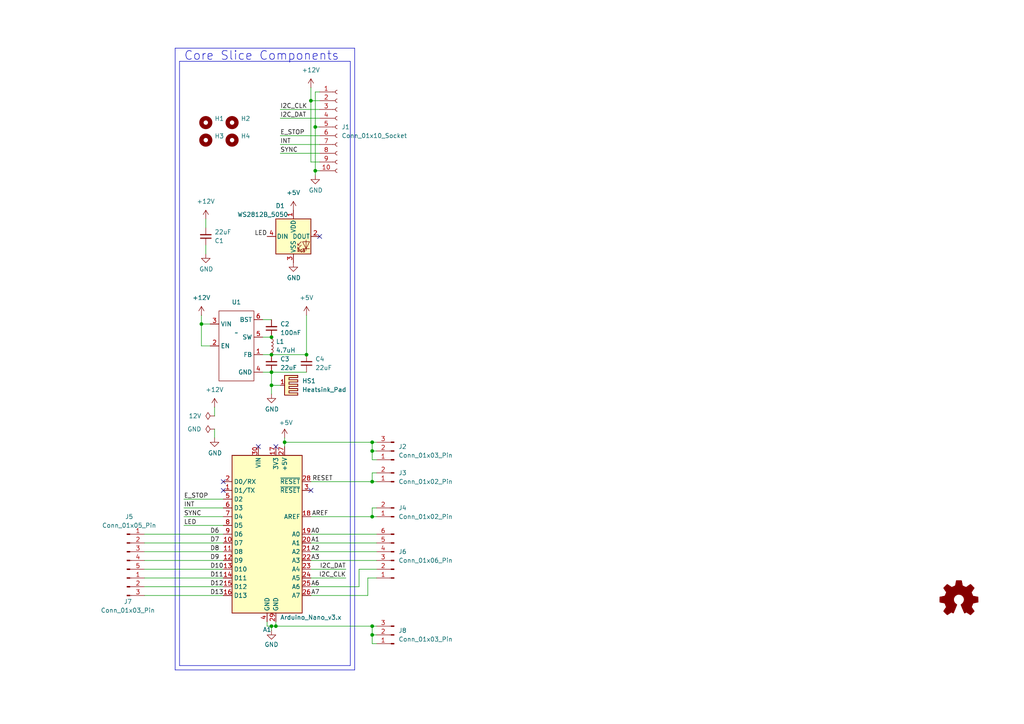
<source format=kicad_sch>
(kicad_sch (version 20250114) (generator "eeschema") (generator_version "9.0")
  (paper "A4")
  (lib_symbols
    (symbol "+12V_1" (power) (pin_numbers (hide yes)) (pin_names (offset 0) (hide yes))
      (property "Value" "+12V" (at 0 3.556 0))
      (symbol "+12V_1_0_1"
        (polyline (pts (xy -0.762 1.27) (xy 0 2.54)))
        (polyline (pts (xy 0 2.54) (xy 0.762 1.27)))
        (polyline (pts (xy 0 0) (xy 0 2.54)))
      )
      (symbol "+12V_1_1_1"
        (pin power_in line (at 0 0 90) (length 0) (name "~") (number "1"))
      )
    )
    (symbol "Connector:Conn_01x02_Pin" (pin_names (offset 1.016) (hide yes))
      (property "Reference" "J" (at 0 2.54 0))
      (property "Value" "Conn_01x02_Pin" (at 0 -5.08 0))
      (symbol "Conn_01x02_Pin_1_1"
        (rectangle (start 0.8636 0.127) (end 0 -0.127) (stroke (width 0.1524)) (fill (type outline)))
        (rectangle (start 0.8636 -2.413) (end 0 -2.667) (stroke (width 0.1524)) (fill (type outline)))
        (polyline (pts (xy 1.27 0) (xy 0.8636 0)) (stroke (width 0.1524)))
        (polyline (pts (xy 1.27 -2.54) (xy 0.8636 -2.54)) (stroke (width 0.1524)))
        (pin passive line (at 5.08 0 180) (length 3.81) (name "Pin_1") (number "1"))
        (pin passive line (at 5.08 -2.54 180) (length 3.81) (name "Pin_2") (number "2"))
      )
    )
    (symbol "Connector:Conn_01x03_Pin" (pin_names (offset 1.016) (hide yes))
      (property "Reference" "J" (at 0 5.08 0))
      (property "Value" "Conn_01x03_Pin" (at 0 -5.08 0))
      (symbol "Conn_01x03_Pin_1_1"
        (rectangle (start 0.8636 2.667) (end 0 2.413) (stroke (width 0.1524)) (fill (type outline)))
        (rectangle (start 0.8636 0.127) (end 0 -0.127) (stroke (width 0.1524)) (fill (type outline)))
        (rectangle (start 0.8636 -2.413) (end 0 -2.667) (stroke (width 0.1524)) (fill (type outline)))
        (polyline (pts (xy 1.27 2.54) (xy 0.8636 2.54)) (stroke (width 0.1524)))
        (polyline (pts (xy 1.27 0) (xy 0.8636 0)) (stroke (width 0.1524)))
        (polyline (pts (xy 1.27 -2.54) (xy 0.8636 -2.54)) (stroke (width 0.1524)))
        (pin passive line (at 5.08 2.54 180) (length 3.81) (name "Pin_1") (number "1"))
        (pin passive line (at 5.08 0 180) (length 3.81) (name "Pin_2") (number "2"))
        (pin passive line (at 5.08 -2.54 180) (length 3.81) (name "Pin_3") (number "3"))
      )
    )
    (symbol "Connector:Conn_01x05_Pin" (pin_names (offset 1.016) (hide yes))
      (property "Reference" "J" (at 0 7.62 0))
      (property "Value" "Conn_01x05_Pin" (at 0 -7.62 0))
      (symbol "Conn_01x05_Pin_1_1"
        (rectangle (start 0.8636 5.207) (end 0 4.953) (stroke (width 0.1524)) (fill (type outline)))
        (rectangle (start 0.8636 2.667) (end 0 2.413) (stroke (width 0.1524)) (fill (type outline)))
        (rectangle (start 0.8636 0.127) (end 0 -0.127) (stroke (width 0.1524)) (fill (type outline)))
        (rectangle (start 0.8636 -2.413) (end 0 -2.667) (stroke (width 0.1524)) (fill (type outline)))
        (rectangle (start 0.8636 -4.953) (end 0 -5.207) (stroke (width 0.1524)) (fill (type outline)))
        (polyline (pts (xy 1.27 5.08) (xy 0.8636 5.08)) (stroke (width 0.1524)))
        (polyline (pts (xy 1.27 2.54) (xy 0.8636 2.54)) (stroke (width 0.1524)))
        (polyline (pts (xy 1.27 0) (xy 0.8636 0)) (stroke (width 0.1524)))
        (polyline (pts (xy 1.27 -2.54) (xy 0.8636 -2.54)) (stroke (width 0.1524)))
        (polyline (pts (xy 1.27 -5.08) (xy 0.8636 -5.08)) (stroke (width 0.1524)))
        (pin passive line (at 5.08 5.08 180) (length 3.81) (name "Pin_1") (number "1"))
        (pin passive line (at 5.08 2.54 180) (length 3.81) (name "Pin_2") (number "2"))
        (pin passive line (at 5.08 0 180) (length 3.81) (name "Pin_3") (number "3"))
        (pin passive line (at 5.08 -2.54 180) (length 3.81) (name "Pin_4") (number "4"))
        (pin passive line (at 5.08 -5.08 180) (length 3.81) (name "Pin_5") (number "5"))
      )
    )
    (symbol "Connector:Conn_01x06_Pin" (pin_names (offset 1.016) (hide yes))
      (property "Reference" "J" (at 0 7.62 0))
      (property "Value" "Conn_01x06_Pin" (at 0 -10.16 0))
      (symbol "Conn_01x06_Pin_1_1"
        (rectangle (start 0.8636 5.207) (end 0 4.953) (stroke (width 0.1524)) (fill (type outline)))
        (rectangle (start 0.8636 2.667) (end 0 2.413) (stroke (width 0.1524)) (fill (type outline)))
        (rectangle (start 0.8636 0.127) (end 0 -0.127) (stroke (width 0.1524)) (fill (type outline)))
        (rectangle (start 0.8636 -2.413) (end 0 -2.667) (stroke (width 0.1524)) (fill (type outline)))
        (rectangle (start 0.8636 -4.953) (end 0 -5.207) (stroke (width 0.1524)) (fill (type outline)))
        (rectangle (start 0.8636 -7.493) (end 0 -7.747) (stroke (width 0.1524)) (fill (type outline)))
        (polyline (pts (xy 1.27 5.08) (xy 0.8636 5.08)) (stroke (width 0.1524)))
        (polyline (pts (xy 1.27 2.54) (xy 0.8636 2.54)) (stroke (width 0.1524)))
        (polyline (pts (xy 1.27 0) (xy 0.8636 0)) (stroke (width 0.1524)))
        (polyline (pts (xy 1.27 -2.54) (xy 0.8636 -2.54)) (stroke (width 0.1524)))
        (polyline (pts (xy 1.27 -5.08) (xy 0.8636 -5.08)) (stroke (width 0.1524)))
        (polyline (pts (xy 1.27 -7.62) (xy 0.8636 -7.62)) (stroke (width 0.1524)))
        (pin passive line (at 5.08 5.08 180) (length 3.81) (name "Pin_1") (number "1"))
        (pin passive line (at 5.08 2.54 180) (length 3.81) (name "Pin_2") (number "2"))
        (pin passive line (at 5.08 0 180) (length 3.81) (name "Pin_3") (number "3"))
        (pin passive line (at 5.08 -2.54 180) (length 3.81) (name "Pin_4") (number "4"))
        (pin passive line (at 5.08 -5.08 180) (length 3.81) (name "Pin_5") (number "5"))
        (pin passive line (at 5.08 -7.62 180) (length 3.81) (name "Pin_6") (number "6"))
      )
    )
    (symbol "Connector:Conn_01x10_Socket" (pin_names (offset 1.016) (hide yes))
      (property "Reference" "J" (at 0 12.7 0))
      (property "Value" "Conn_01x10_Socket" (at 0 -15.24 0))
      (symbol "Conn_01x10_Socket_1_1"
        (polyline (pts (xy -1.27 10.16) (xy -0.508 10.16)) (stroke (width 0.1524)))
        (polyline (pts (xy -1.27 7.62) (xy -0.508 7.62)) (stroke (width 0.1524)))
        (polyline (pts (xy -1.27 5.08) (xy -0.508 5.08)) (stroke (width 0.1524)))
        (polyline (pts (xy -1.27 2.54) (xy -0.508 2.54)) (stroke (width 0.1524)))
        (polyline (pts (xy -1.27 0) (xy -0.508 0)) (stroke (width 0.1524)))
        (polyline (pts (xy -1.27 -2.54) (xy -0.508 -2.54)) (stroke (width 0.1524)))
        (polyline (pts (xy -1.27 -5.08) (xy -0.508 -5.08)) (stroke (width 0.1524)))
        (polyline (pts (xy -1.27 -7.62) (xy -0.508 -7.62)) (stroke (width 0.1524)))
        (polyline (pts (xy -1.27 -10.16) (xy -0.508 -10.16)) (stroke (width 0.1524)))
        (polyline (pts (xy -1.27 -12.7) (xy -0.508 -12.7)) (stroke (width 0.1524)))
        (arc (start 0 9.652) (mid -0.5058 10.16) (end 0 10.668) (stroke (width 0.1524)))
        (arc (start 0 7.112) (mid -0.5058 7.62) (end 0 8.128) (stroke (width 0.1524)))
        (arc (start 0 4.572) (mid -0.5058 5.08) (end 0 5.588) (stroke (width 0.1524)))
        (arc (start 0 2.032) (mid -0.5058 2.54) (end 0 3.048) (stroke (width 0.1524)))
        (arc (start 0 -0.508) (mid -0.5058 0) (end 0 0.508) (stroke (width 0.1524)))
        (arc (start 0 -3.048) (mid -0.5058 -2.54) (end 0 -2.032) (stroke (width 0.1524)))
        (arc (start 0 -5.588) (mid -0.5058 -5.08) (end 0 -4.572) (stroke (width 0.1524)))
        (arc (start 0 -8.128) (mid -0.5058 -7.62) (end 0 -7.112) (stroke (width 0.1524)))
        (arc (start 0 -10.668) (mid -0.5058 -10.16) (end 0 -9.652) (stroke (width 0.1524)))
        (arc (start 0 -13.208) (mid -0.5058 -12.7) (end 0 -12.192) (stroke (width 0.1524)))
        (pin passive line (at -5.08 10.16 0) (length 3.81) (name "Pin_1") (number "1"))
        (pin passive line (at -5.08 7.62 0) (length 3.81) (name "Pin_2") (number "2"))
        (pin passive line (at -5.08 5.08 0) (length 3.81) (name "Pin_3") (number "3"))
        (pin passive line (at -5.08 2.54 0) (length 3.81) (name "Pin_4") (number "4"))
        (pin passive line (at -5.08 0 0) (length 3.81) (name "Pin_5") (number "5"))
        (pin passive line (at -5.08 -2.54 0) (length 3.81) (name "Pin_6") (number "6"))
        (pin passive line (at -5.08 -5.08 0) (length 3.81) (name "Pin_7") (number "7"))
        (pin passive line (at -5.08 -7.62 0) (length 3.81) (name "Pin_8") (number "8"))
        (pin passive line (at -5.08 -10.16 0) (length 3.81) (name "Pin_9") (number "9"))
        (pin passive line (at -5.08 -12.7 0) (length 3.81) (name "Pin_10") (number "10"))
      )
    )
    (symbol "Device:C_Small" (pin_numbers (hide yes)) (pin_names (offset 0.254) (hide yes))
      (property "Reference" "C" (at 0.254 1.778 0))
      (property "Value" "C_Small" (at 0.254 -2.032 0))
      (symbol "C_Small_0_1"
        (polyline (pts (xy -1.524 0.508) (xy 1.524 0.508)) (stroke (width 0.3048)))
        (polyline (pts (xy -1.524 -0.508) (xy 1.524 -0.508)) (stroke (width 0.3302)))
      )
      (symbol "C_Small_1_1"
        (pin passive line (at 0 2.54 270) (length 2.032) (name "~") (number "1"))
        (pin passive line (at 0 -2.54 90) (length 2.032) (name "~") (number "2"))
      )
    )
    (symbol "Device:L_Small" (pin_numbers (hide yes)) (pin_names (offset 0.254) (hide yes))
      (property "Reference" "L" (at 0.762 1.016 0))
      (property "Value" "L_Small" (at 0.762 -1.016 0))
      (symbol "L_Small_0_1"
        (arc (start 0 2.032) (mid 0.5058 1.524) (end 0 1.016))
        (arc (start 0 1.016) (mid 0.5058 0.508) (end 0 0))
        (arc (start 0 0) (mid 0.5058 -0.508) (end 0 -1.016))
        (arc (start 0 -1.016) (mid 0.5058 -1.524) (end 0 -2.032))
      )
      (symbol "L_Small_1_1"
        (pin passive line (at 0 2.54 270) (length 0.508) (name "~") (number "1"))
        (pin passive line (at 0 -2.54 90) (length 0.508) (name "~") (number "2"))
      )
    )
    (symbol "GND_1" (power) (pin_numbers (hide yes)) (pin_names (offset 0) (hide yes))
      (property "Value" "GND" (at 0 -3.81 0))
      (symbol "GND_1_0_1"
        (polyline (pts (xy 0 0) (xy 0 -1.27) (xy 1.27 -1.27) (xy 0 -2.54) (xy -1.27 -1.27) (xy 0 -1.27)))
      )
      (symbol "GND_1_1_1"
        (pin power_in line (at 0 0 270) (length 0) (name "~") (number "1"))
      )
    )
    (symbol "Graphic:Logo_Open_Hardware_Small" (in_bom no) (on_board no)
      (symbol "Logo_Open_Hardware_Small_0_1"
        (polyline (pts (xy 3.3528 -4.3434) (xy 3.302 -4.318) (xy 3.175 -4.2418) (xy 2.9972 -4.1148) (xy 2.7686 -3.9624) (xy 2.54 -3.81) (xy 2.3622 -3.7084) (xy 2.2352 -3.6068) (xy 2.1844 -3.5814) (xy 2.159 -3.6068) (xy 2.0574 -3.6576) (xy 1.905 -3.7338) (xy 1.8034 -3.7846) (xy 1.6764 -3.8354) (xy 1.6002 -3.8354) (xy 1.6002 -3.8354) (xy 1.5494 -3.7338) (xy 1.4732 -3.5306) (xy 1.3462 -3.302) (xy 1.2446 -3.0226) (xy 1.1176 -2.7178) (xy 0.9652 -2.413) (xy 0.8636 -2.1082) (xy 0.7366 -1.8288) (xy 0.6604 -1.6256) (xy 0.6096 -1.4732) (xy 0.5842 -1.397) (xy 0.5842 -1.397) (xy 0.6604 -1.3208) (xy 0.7874 -1.2446) (xy 1.0414 -1.016) (xy 1.2954 -0.6858) (xy 1.4478 -0.3302) (xy 1.524 0.0762) (xy 1.4732 0.4572) (xy 1.3208 0.8128) (xy 1.0668 1.143) (xy 0.762 1.3716) (xy 0.4064 1.524) (xy 0 1.5748) (xy -0.381 1.5494) (xy -0.7366 1.397) (xy -1.0668 1.143) (xy -1.2192 0.9906) (xy -1.397 0.6604) (xy -1.524 0.3048) (xy -1.524 0.2286) (xy -1.4986 -0.1778) (xy -1.397 -0.5334) (xy -1.1938 -0.8636) (xy -0.9144 -1.143) (xy -0.8636 -1.1684) (xy -0.7366 -1.27) (xy -0.635 -1.3462) (xy -0.5842 -1.397) (xy -1.0668 -2.5908) (xy -1.143 -2.794) (xy -1.2954 -3.1242) (xy -1.397 -3.4036) (xy -1.4986 -3.6322) (xy -1.5748 -3.7846) (xy -1.6002 -3.8354) (xy -1.6002 -3.8354) (xy -1.651 -3.8354) (xy -1.7272 -3.81) (xy -1.905 -3.7338) (xy -2.0066 -3.683) (xy -2.1336 -3.6068) (xy -2.2098 -3.5814) (xy -2.2606 -3.6068) (xy -2.3622 -3.683) (xy -2.54 -3.81) (xy -2.7686 -3.9624) (xy -2.9718 -4.0894) (xy -3.1496 -4.2164) (xy -3.302 -4.318) (xy -3.3528 -4.3434) (xy -3.3782 -4.3434) (xy -3.429 -4.318) (xy -3.5306 -4.2164) (xy -3.7084 -4.064) (xy -3.937 -3.8354) (xy -3.9624 -3.81) (xy -4.1656 -3.6068) (xy -4.318 -3.4544) (xy -4.4196 -3.3274) (xy -4.445 -3.2766) (xy -4.445 -3.2766) (xy -4.4196 -3.2258) (xy -4.318 -3.0734) (xy -4.2164 -2.8956) (xy -4.064 -2.667) (xy -3.6576 -2.0828) (xy -3.8862 -1.5494) (xy -3.937 -1.3716) (xy -4.0386 -1.1684) (xy -4.0894 -1.0414) (xy -4.1148 -0.9652) (xy -4.191 -0.9398) (xy -4.318 -0.9144) (xy -4.5466 -0.8636) (xy -4.8006 -0.8128) (xy -5.0546 -0.7874) (xy -5.2578 -0.7366) (xy -5.4356 -0.7112) (xy -5.5118 -0.6858) (xy -5.5118 -0.6858) (xy -5.5372 -0.635) (xy -5.5372 -0.5588) (xy -5.5372 -0.4318) (xy -5.5626 -0.2286) (xy -5.5626 0.0762) (xy -5.5626 0.127) (xy -5.5372 0.4064) (xy -5.5372 0.635) (xy -5.5372 0.762) (xy -5.5372 0.8382) (xy -5.5372 0.8382) (xy -5.461 0.8382) (xy -5.3086 0.889) (xy -5.08 0.9144) (xy -4.826 0.9652) (xy -4.8006 0.9906) (xy -4.5466 1.0414) (xy -4.318 1.0668) (xy -4.1656 1.1176) (xy -4.0894 1.143) (xy -4.0894 1.143) (xy -4.0386 1.2446) (xy -3.9624 1.4224) (xy -3.8608 1.6256) (xy -3.7846 1.8288) (xy -3.7084 2.0066) (xy -3.6576 2.159) (xy -3.6322 2.2098) (xy -3.6322 2.2098) (xy -3.683 2.286) (xy -3.7592 2.413) (xy -3.8862 2.5908) (xy -4.064 2.8194) (xy -4.064 2.8448) (xy -4.2164 3.0734) (xy -4.3434 3.2512) (xy -4.4196 3.3782) (xy -4.445 3.4544) (xy -4.445 3.4544) (xy -4.3942 3.5052) (xy -4.2926 3.6322) (xy -4.1148 3.81) (xy -3.937 4.0132) (xy -3.8608 4.064) (xy -3.6576 4.2926) (xy -3.5052 4.4196) (xy -3.4036 4.4958) (xy -3.3528 4.5212) (xy -3.3528 4.5212) (xy -3.302 4.4704) (xy -3.1496 4.3688) (xy -2.9718 4.2418) (xy -2.7432 4.0894) (xy -2.7178 4.0894) (xy -2.4892 3.937) (xy -2.3114 3.81) (xy -2.1844 3.7084) (xy -2.1336 3.683) (xy -2.1082 3.683) (xy -2.032 3.7084) (xy -1.8542 3.7592) (xy -1.6764 3.8354) (xy -1.4732 3.937) (xy -1.27 4.0132) (xy -1.143 4.064) (xy -1.0668 4.1148) (xy -1.0668 4.1148) (xy -1.0414 4.191) (xy -1.016 4.3434) (xy -0.9652 4.572) (xy -0.9144 4.8514) (xy -0.889 4.9022) (xy -0.8382 5.1562) (xy -0.8128 5.3848) (xy -0.7874 5.5372) (xy -0.762 5.588) (xy -0.7112 5.6134) (xy -0.5842 5.6134) (xy -0.4064 5.6134) (xy -0.1524 5.6134) (xy 0.0762 5.6134) (xy 0.3302 5.6134) (xy 0.5334 5.6134) (xy 0.6858 5.588) (xy 0.7366 5.588) (xy 0.7366 5.588) (xy 0.762 5.5118) (xy 0.8128 5.334) (xy 0.8382 5.1054) (xy 0.9144 4.826) (xy 0.9144 4.7752) (xy 0.9652 4.5212) (xy 1.016 4.2926) (xy 1.0414 4.1402) (xy 1.0668 4.0894) (xy 1.0668 4.0894) (xy 1.1938 4.0386) (xy 1.3716 3.9624) (xy 1.5748 3.8608) (xy 2.0828 3.6576) (xy 2.7178 4.0894) (xy 2.7686 4.1402) (xy 2.9972 4.2926) (xy 3.175 4.4196) (xy 3.302 4.4958) (xy 3.3782 4.5212) (xy 3.3782 4.5212) (xy 3.429 4.4704) (xy 3.556 4.3434) (xy 3.7338 4.191) (xy 3.9116 3.9878) (xy 4.064 3.8354) (xy 4.2418 3.6576) (xy 4.3434 3.556) (xy 4.4196 3.4798) (xy 4.4196 3.429) (xy 4.4196 3.4036) (xy 4.3942 3.3274) (xy 4.2926 3.2004) (xy 4.1656 2.9972) (xy 4.0132 2.794) (xy 3.8862 2.5908) (xy 3.7592 2.3876) (xy 3.6576 2.2352) (xy 3.6322 2.159) (xy 3.6322 2.1336) (xy 3.683 2.0066) (xy 3.7592 1.8288) (xy 3.8608 1.6002) (xy 4.064 1.1176) (xy 4.3942 1.0414) (xy 4.5974 1.016) (xy 4.8768 0.9652) (xy 5.1308 0.9144) (xy 5.5372 0.8382) (xy 5.5626 -0.6604) (xy 5.4864 -0.6858) (xy 5.4356 -0.6858) (xy 5.2832 -0.7366) (xy 5.0546 -0.762) (xy 4.8006 -0.8128) (xy 4.5974 -0.8636) (xy 4.3688 -0.9144) (xy 4.2164 -0.9398) (xy 4.1402 -0.9398) (xy 4.1148 -0.9652) (xy 4.064 -1.0668) (xy 3.9878 -1.2446) (xy 3.9116 -1.4478) (xy 3.81 -1.651) (xy 3.7338 -1.8542) (xy 3.683 -2.0066) (xy 3.6576 -2.0828) (xy 3.683 -2.1336) (xy 3.7846 -2.2606) (xy 3.8862 -2.4638) (xy 4.0386 -2.667) (xy 4.191 -2.8956) (xy 4.318 -3.0734) (xy 4.3942 -3.2004) (xy 4.445 -3.2766) (xy 4.4196 -3.3274) (xy 4.3434 -3.429) (xy 4.1656 -3.5814) (xy 3.937 -3.8354) (xy 3.8862 -3.8608) (xy 3.683 -4.064) (xy 3.5306 -4.2164) (xy 3.4036 -4.318) (xy 3.3528 -4.3434)) (fill (type outline)))
      )
    )
    (symbol "MCU_Module:Arduino_Nano_v3.x"
      (property "Reference" "A" (at -10.16 23.495 0))
      (property "Value" "Arduino_Nano_v3.x" (at 5.08 -24.13 0))
      (symbol "Arduino_Nano_v3.x_0_1"
        (rectangle (start -10.16 22.86) (end 10.16 -22.86) (stroke (width 0.254)) (fill (type background)))
      )
      (symbol "Arduino_Nano_v3.x_1_1"
        (pin bidirectional line (at -12.7 15.24 0) (length 2.54) (name "D0/RX") (number "2"))
        (pin bidirectional line (at -12.7 12.7 0) (length 2.54) (name "D1/TX") (number "1"))
        (pin bidirectional line (at -12.7 10.16 0) (length 2.54) (name "D2") (number "5"))
        (pin bidirectional line (at -12.7 7.62 0) (length 2.54) (name "D3") (number "6"))
        (pin bidirectional line (at -12.7 5.08 0) (length 2.54) (name "D4") (number "7"))
        (pin bidirectional line (at -12.7 2.54 0) (length 2.54) (name "D5") (number "8"))
        (pin bidirectional line (at -12.7 0 0) (length 2.54) (name "D6") (number "9"))
        (pin bidirectional line (at -12.7 -2.54 0) (length 2.54) (name "D7") (number "10"))
        (pin bidirectional line (at -12.7 -5.08 0) (length 2.54) (name "D8") (number "11"))
        (pin bidirectional line (at -12.7 -7.62 0) (length 2.54) (name "D9") (number "12"))
        (pin bidirectional line (at -12.7 -10.16 0) (length 2.54) (name "D10") (number "13"))
        (pin bidirectional line (at -12.7 -12.7 0) (length 2.54) (name "D11") (number "14"))
        (pin bidirectional line (at -12.7 -15.24 0) (length 2.54) (name "D12") (number "15"))
        (pin bidirectional line (at -12.7 -17.78 0) (length 2.54) (name "D13") (number "16"))
        (pin power_in line (at -2.54 25.4 270) (length 2.54) (name "VIN") (number "30"))
        (pin power_in line (at 0 -25.4 90) (length 2.54) (name "GND") (number "4"))
        (pin power_out line (at 2.54 25.4 270) (length 2.54) (name "3V3") (number "17"))
        (pin power_in line (at 2.54 -25.4 90) (length 2.54) (name "GND") (number "29"))
        (pin power_out line (at 5.08 25.4 270) (length 2.54) (name "+5V") (number "27"))
        (pin input line (at 12.7 15.24 180) (length 2.54) (name "~{RESET}") (number "28"))
        (pin input line (at 12.7 12.7 180) (length 2.54) (name "~{RESET}") (number "3"))
        (pin input line (at 12.7 5.08 180) (length 2.54) (name "AREF") (number "18"))
        (pin bidirectional line (at 12.7 0 180) (length 2.54) (name "A0") (number "19"))
        (pin bidirectional line (at 12.7 -2.54 180) (length 2.54) (name "A1") (number "20"))
        (pin bidirectional line (at 12.7 -5.08 180) (length 2.54) (name "A2") (number "21"))
        (pin bidirectional line (at 12.7 -7.62 180) (length 2.54) (name "A3") (number "22"))
        (pin bidirectional line (at 12.7 -10.16 180) (length 2.54) (name "A4") (number "23"))
        (pin bidirectional line (at 12.7 -12.7 180) (length 2.54) (name "A5") (number "24"))
        (pin bidirectional line (at 12.7 -15.24 180) (length 2.54) (name "A6") (number "25"))
        (pin bidirectional line (at 12.7 -17.78 180) (length 2.54) (name "A7") (number "26"))
      )
    )
    (symbol "Mechanical:Heatsink_Pad" (pin_names (offset 0))
      (property "Reference" "HS" (at 0 5.715 0))
      (property "Value" "Heatsink_Pad" (at 0 3.81 0))
      (symbol "Heatsink_Pad_0_1"
        (polyline (pts (xy -0.3302 0) (xy -0.9652 0) (xy -0.9652 2.54) (xy -1.6002 2.54) (xy -1.6002 0) (xy -2.2352 0) (xy -2.2352 2.54) (xy -2.8702 2.54) (xy -2.8702 -1.27) (xy -0.9652 -1.27)) (stroke (width 0.254)) (fill (type background)))
        (polyline (pts (xy -0.3302 0) (xy -0.3302 2.54) (xy 0.3048 2.54) (xy 0.3048 0) (xy 0.9398 0) (xy 0.9398 2.54) (xy 1.5748 2.54) (xy 1.5748 0) (xy 2.2098 0) (xy 2.2098 2.54) (xy 2.8448 2.54) (xy 2.8448 -1.27) (xy -0.9652 -1.27)) (stroke (width 0.254)) (fill (type background)))
      )
      (symbol "Heatsink_Pad_1_1"
        (pin passive line (at 0 -2.54 90) (length 1.27) (name "~") (number "1"))
      )
    )
    (symbol "Mechanical:MountingHole" (pin_names (offset 1.016))
      (property "Reference" "H" (at 0 5.08 0))
      (property "Value" "MountingHole" (at 0 3.175 0))
      (symbol "MountingHole_0_1"
        (circle (center 0 0) (radius 1.27) (stroke (width 1.27)))
      )
    )
    (symbol "SparkFun-DiscreteSemi:AP63205"
      (property "Reference" "U" (at 0 7.62 0))
      (symbol "AP63205_0_1"
        (rectangle (start -5.08 6.35) (end 5.08 -13.97))
      )
      (symbol "AP63205_1_1"
        (pin input line (at -7.62 2.54 0) (length 2.54) (name "VIN") (number "3"))
        (pin input line (at -7.62 -3.81 0) (length 2.54) (name "EN") (number "2"))
        (pin input line (at 7.62 3.81 180) (length 2.54) (name "BST") (number "6"))
        (pin input line (at 7.62 -1.27 180) (length 2.54) (name "SW") (number "5"))
        (pin input line (at 7.62 -6.35 180) (length 2.54) (name "FB") (number "1"))
        (pin input line (at 7.62 -11.43 180) (length 2.54) (name "GND") (number "4"))
      )
    )
    (symbol "SparkFun-LED:WS2812B_5050" (pin_names (offset 0.254))
      (property "Reference" "D" (at 5.08 5.715 0))
      (property "Value" "WS2812B_5050" (at 1.27 -5.715 0))
      (symbol "WS2812B_5050_0_0"
        (text "RGB" (at 2.286 -4.191 0) (effects (font (size 0.762 0.762))))
      )
      (symbol "WS2812B_5050_0_1"
        (polyline (pts (xy 1.27 -2.54) (xy 1.778 -2.54)))
        (polyline (pts (xy 1.27 -3.556) (xy 1.778 -3.556)))
        (polyline (pts (xy 2.286 -1.524) (xy 1.27 -2.54) (xy 1.27 -2.032)))
        (polyline (pts (xy 2.286 -2.54) (xy 1.27 -3.556) (xy 1.27 -3.048)))
        (polyline (pts (xy 3.683 -1.016) (xy 3.683 -3.556) (xy 3.683 -4.064)))
        (polyline (pts (xy 4.699 -1.524) (xy 2.667 -1.524) (xy 3.683 -3.556) (xy 4.699 -1.524)))
        (polyline (pts (xy 4.699 -3.556) (xy 2.667 -3.556)))
        (rectangle (start 5.08 5.08) (end -5.08 -5.08) (stroke (width 0.254)) (fill (type background)))
      )
      (symbol "WS2812B_5050_1_1"
        (pin input line (at -7.62 0 0) (length 2.54) (name "DIN") (number "4"))
        (pin power_in line (at 0 7.62 270) (length 2.54) (name "VDD") (number "1"))
        (pin power_in line (at 0 -7.62 90) (length 2.54) (name "VSS") (number "3"))
        (pin output line (at 7.62 0 180) (length 2.54) (name "DOUT") (number "2"))
      )
    )
    (symbol "power:+5V" (power) (pin_names (offset 0))
      (property "Value" "+5V" (at 0 3.556 0))
      (symbol "+5V_0_1"
        (polyline (pts (xy -0.762 1.27) (xy 0 2.54)))
        (polyline (pts (xy 0 2.54) (xy 0.762 1.27)))
        (polyline (pts (xy 0 0) (xy 0 2.54)))
      )
      (symbol "+5V_1_1"
        (pin power_in line (at 0 0 90) (length 0) (hide yes) (name "+5V") (number "1"))
      )
    )
    (symbol "power:GND" (power) (pin_names (offset 0))
      (property "Value" "GND" (at 0 -3.81 0))
      (symbol "GND_0_1"
        (polyline (pts (xy 0 0) (xy 0 -1.27) (xy 1.27 -1.27) (xy 0 -2.54) (xy -1.27 -1.27) (xy 0 -1.27)))
      )
      (symbol "GND_1_1"
        (pin power_in line (at 0 0 270) (length 0) (hide yes) (name "GND") (number "1"))
      )
    )
    (symbol "power:PWR_FLAG" (power) (pin_numbers (hide yes)) (pin_names (offset 0) (hide yes))
      (property "Value" "PWR_FLAG" (at 0 3.81 0))
      (symbol "PWR_FLAG_0_0"
        (pin power_out line (at 0 0 90) (length 0) (name "~") (number "1"))
      )
      (symbol "PWR_FLAG_0_1"
        (polyline (pts (xy 0 0) (xy 0 1.27) (xy -1.016 1.905) (xy 0 2.54) (xy 1.016 1.905) (xy 0 1.27)))
      )
    )
  )
  (text "Core Slice Components" (at 53.34 17.78 0) (effects (font (size 2.54 2.54)) (justify left bottom)))
  (junction (at 107.95 130.81))
  (junction (at 91.44 49.53))
  (junction (at 78.74 107.95))
  (junction (at 78.74 111.76))
  (junction (at 107.95 139.7))
  (junction (at 107.95 181.61))
  (junction (at 78.74 102.87))
  (junction (at 90.17 29.21))
  (junction (at 78.74 181.61))
  (junction (at 91.44 36.83))
  (junction (at 107.95 149.86))
  (junction (at 107.95 128.27))
  (junction (at 88.9 102.87))
  (junction (at 82.55 128.27))
  (junction (at 80.01 181.61))
  (junction (at 78.74 97.79))
  (junction (at 107.95 184.15))
  (junction (at 58.42 93.98))
  (no_connect (at 64.77 142.24))
  (no_connect (at 64.77 139.7))
  (no_connect (at 74.93 129.54))
  (no_connect (at 80.01 129.54))
  (no_connect (at 90.17 142.24))
  (no_connect (at 92.71 68.58))
  (polyline (pts (xy 102.87 194.31) (xy 102.87 13.97)))
  (wire (pts (xy 80.01 181.61) (xy 80.01 180.34)))
  (wire (pts (xy 41.91 165.1) (xy 64.77 165.1)))
  (polyline (pts (xy 102.87 13.97) (xy 50.8 13.97)))
  (wire (pts (xy 59.69 71.12) (xy 59.69 73.66)))
  (wire (pts (xy 109.22 147.32) (xy 107.95 147.32)))
  (wire (pts (xy 107.95 130.81) (xy 107.95 128.27)))
  (wire (pts (xy 78.74 181.61) (xy 80.01 181.61)))
  (wire (pts (xy 58.42 100.33) (xy 58.42 93.98)))
  (wire (pts (xy 107.95 184.15) (xy 109.22 184.15)))
  (wire (pts (xy 81.28 41.91) (xy 92.71 41.91)))
  (wire (pts (xy 90.17 162.56) (xy 109.22 162.56)))
  (wire (pts (xy 81.28 31.75) (xy 92.71 31.75)))
  (polyline (pts (xy 50.8 13.97) (xy 50.8 194.31)))
  (wire (pts (xy 90.17 29.21) (xy 92.71 29.21)))
  (wire (pts (xy 90.17 170.18) (xy 104.14 170.18)))
  (wire (pts (xy 41.91 162.56) (xy 64.77 162.56)))
  (wire (pts (xy 107.95 133.35) (xy 107.95 130.81)))
  (wire (pts (xy 76.2 92.71) (xy 78.74 92.71)))
  (wire (pts (xy 41.91 157.48) (xy 64.77 157.48)))
  (polyline (pts (xy 50.8 194.31) (xy 102.87 194.31)))
  (wire (pts (xy 90.17 25.4) (xy 90.17 29.21)))
  (wire (pts (xy 81.28 34.29) (xy 92.71 34.29)))
  (wire (pts (xy 91.44 49.53) (xy 91.44 36.83)))
  (wire (pts (xy 109.22 181.61) (xy 107.95 181.61)))
  (wire (pts (xy 107.95 128.27) (xy 109.22 128.27)))
  (wire (pts (xy 92.71 39.37) (xy 81.28 39.37)))
  (polyline (pts (xy 101.6 17.78) (xy 52.07 17.78)))
  (wire (pts (xy 109.22 186.69) (xy 107.95 186.69)))
  (wire (pts (xy 92.71 46.99) (xy 90.17 46.99)))
  (wire (pts (xy 81.28 44.45) (xy 92.71 44.45)))
  (wire (pts (xy 90.17 160.02) (xy 109.22 160.02)))
  (wire (pts (xy 109.22 137.16) (xy 107.95 137.16)))
  (wire (pts (xy 53.34 149.86) (xy 64.77 149.86)))
  (wire (pts (xy 76.2 97.79) (xy 78.74 97.79)))
  (wire (pts (xy 80.01 181.61) (xy 107.95 181.61)))
  (wire (pts (xy 107.95 186.69) (xy 107.95 184.15)))
  (wire (pts (xy 107.95 184.15) (xy 107.95 181.61)))
  (wire (pts (xy 88.9 102.87) (xy 88.9 91.44)))
  (wire (pts (xy 82.55 127) (xy 82.55 128.27)))
  (wire (pts (xy 77.47 180.34) (xy 77.47 181.61)))
  (wire (pts (xy 76.2 107.95) (xy 78.74 107.95)))
  (wire (pts (xy 106.68 167.64) (xy 106.68 172.72)))
  (wire (pts (xy 107.95 137.16) (xy 107.95 139.7)))
  (wire (pts (xy 58.42 100.33) (xy 60.96 100.33)))
  (wire (pts (xy 78.74 107.95) (xy 88.9 107.95)))
  (wire (pts (xy 107.95 147.32) (xy 107.95 149.86)))
  (polyline (pts (xy 101.6 193.04) (xy 101.6 17.78)))
  (wire (pts (xy 62.23 118.11) (xy 62.23 120.65)))
  (wire (pts (xy 91.44 26.67) (xy 92.71 26.67)))
  (wire (pts (xy 59.69 63.5) (xy 59.69 66.04)))
  (wire (pts (xy 81.28 111.76) (xy 78.74 111.76)))
  (wire (pts (xy 104.14 165.1) (xy 104.14 170.18)))
  (wire (pts (xy 41.91 167.64) (xy 64.77 167.64)))
  (wire (pts (xy 109.22 133.35) (xy 107.95 133.35)))
  (wire (pts (xy 107.95 149.86) (xy 109.22 149.86)))
  (polyline (pts (xy 52.07 193.04) (xy 101.6 193.04)))
  (wire (pts (xy 92.71 36.83) (xy 91.44 36.83)))
  (wire (pts (xy 53.34 152.4) (xy 64.77 152.4)))
  (wire (pts (xy 77.47 181.61) (xy 78.74 181.61)))
  (wire (pts (xy 90.17 139.7) (xy 107.95 139.7)))
  (wire (pts (xy 78.74 102.87) (xy 88.9 102.87)))
  (wire (pts (xy 78.74 181.61) (xy 78.74 182.88)))
  (wire (pts (xy 64.77 144.78) (xy 53.34 144.78)))
  (wire (pts (xy 90.17 154.94) (xy 109.22 154.94)))
  (wire (pts (xy 41.91 154.94) (xy 64.77 154.94)))
  (wire (pts (xy 107.95 130.81) (xy 109.22 130.81)))
  (wire (pts (xy 82.55 128.27) (xy 107.95 128.27)))
  (wire (pts (xy 82.55 128.27) (xy 82.55 129.54)))
  (wire (pts (xy 107.95 139.7) (xy 109.22 139.7)))
  (wire (pts (xy 90.17 46.99) (xy 90.17 29.21)))
  (wire (pts (xy 91.44 50.8) (xy 91.44 49.53)))
  (wire (pts (xy 109.22 167.64) (xy 106.68 167.64)))
  (wire (pts (xy 53.34 147.32) (xy 64.77 147.32)))
  (wire (pts (xy 90.17 167.64) (xy 100.33 167.64)))
  (wire (pts (xy 109.22 165.1) (xy 104.14 165.1)))
  (wire (pts (xy 76.2 102.87) (xy 78.74 102.87)))
  (wire (pts (xy 41.91 170.18) (xy 64.77 170.18)))
  (wire (pts (xy 91.44 36.83) (xy 91.44 26.67)))
  (wire (pts (xy 100.33 165.1) (xy 90.17 165.1)))
  (wire (pts (xy 41.91 172.72) (xy 64.77 172.72)))
  (wire (pts (xy 90.17 172.72) (xy 106.68 172.72)))
  (wire (pts (xy 90.17 157.48) (xy 109.22 157.48)))
  (wire (pts (xy 62.23 124.46) (xy 62.23 127)))
  (wire (pts (xy 90.17 149.86) (xy 107.95 149.86)))
  (wire (pts (xy 92.71 49.53) (xy 91.44 49.53)))
  (wire (pts (xy 78.74 111.76) (xy 78.74 107.95)))
  (wire (pts (xy 41.91 160.02) (xy 64.77 160.02)))
  (wire (pts (xy 58.42 93.98) (xy 60.96 93.98)))
  (wire (pts (xy 78.74 114.3) (xy 78.74 111.76)))
  (wire (pts (xy 58.42 91.44) (xy 58.42 93.98)))
  (polyline (pts (xy 52.07 17.78) (xy 52.07 193.04)))
  (label "LED" (at 77.47 68.58 180))
  (label "LED" (at 53.34 152.4 0))
  (label "AREF" (at 95.25 149.86 180))
  (label "A0" (at 92.71 154.94 180))
  (label "D7" (at 60.96 157.48 0))
  (label "I2C_CLK" (at 81.28 31.75 0))
  (label "I2C_DAT" (at 81.28 34.29 0))
  (label "D11" (at 60.96 167.64 0))
  (label "A6" (at 92.71 170.18 180))
  (label "E_STOP" (at 53.34 144.78 0))
  (label "E_STOP" (at 81.28 39.37 0))
  (label "D10" (at 60.96 165.1 0))
  (label "INT" (at 53.34 147.32 0))
  (label "D9" (at 60.96 162.56 0))
  (label "D13" (at 60.96 172.72 0))
  (label "D8" (at 60.96 160.02 0))
  (label "SYNC" (at 53.34 149.86 0))
  (label "A3" (at 92.71 162.56 180))
  (label "RESET" (at 96.52 139.7 180))
  (label "A1" (at 92.71 157.48 180))
  (label "D6" (at 60.96 154.94 0))
  (label "SYNC" (at 81.28 44.45 0))
  (label "I2C_DAT" (at 100.33 165.1 180))
  (label "D12" (at 60.96 170.18 0))
  (label "INT" (at 81.28 41.91 0))
  (label "A7" (at 92.71 172.72 180))
  (label "I2C_CLK" (at 100.33 167.64 180))
  (label "A2" (at 92.71 160.02 180))
  (symbol (lib_id "power:GND") (at 78.74 182.88 0) (unit 1)
    (property "Reference" "#PWR013" (effects (hide yes)))
    (property "Value" "GND" (at 78.74 186.944 0))
  )
  (symbol (lib_id "power:+5V") (at 82.55 127 0) (unit 1)
    (property "Reference" "#PWR012" (effects (hide yes)))
    (property "Value" "+5V" (at 82.931 122.6058 0))
  )
  (symbol (lib_id "power:GND") (at 59.69 73.66 0) (unit 1)
    (property "Reference" "#PWR05" (effects (hide yes)))
    (property "Value" "GND" (at 59.817 78.0542 0))
  )
  (symbol (lib_id "Mechanical:MountingHole") (at 59.69 35.56 0) (unit 1)
    (property "Reference" "H1" (at 62.23 34.3916 0) (effects (justify left)))
    (property "Value" "MountingHole" (effects (hide yes)))
    (property "Footprint" "MountingHole:MountingHole_5mm" (effects (hide yes)))
  )
  (symbol (lib_id "Mechanical:MountingHole") (at 59.69 40.64 0) (unit 1)
    (property "Reference" "H3" (at 62.23 39.4716 0) (effects (justify left)))
    (property "Value" "MountingHole" (effects (hide yes)))
    (property "Footprint" "MountingHole:MountingHole_5mm" (effects (hide yes)))
  )
  (symbol (lib_id "Mechanical:MountingHole") (at 67.31 35.56 0) (unit 1)
    (property "Reference" "H2" (at 69.85 34.3916 0) (effects (justify left)))
    (property "Value" "MountingHole" (effects (hide yes)))
    (property "Footprint" "MountingHole:MountingHole_5mm" (effects (hide yes)))
  )
  (symbol (lib_id "Mechanical:MountingHole") (at 67.31 40.64 0) (unit 1)
    (property "Reference" "H4" (at 69.85 39.4716 0) (effects (justify left)))
    (property "Value" "MountingHole" (effects (hide yes)))
    (property "Footprint" "MountingHole:MountingHole_5mm" (effects (hide yes)))
  )
  (symbol (lib_id "MCU_Module:Arduino_Nano_v3.x") (at 77.47 154.94 0) (unit 1)
    (property "Reference" "A1" (at 77.47 182.6006 0))
    (property "Value" "Arduino_Nano_v3.x" (at 90.17 179.07 0))
    (property "Footprint" "Module:Arduino_Nano" (effects (hide yes)))
    (property "Datasheet" "http://www.mouser.com/pdfdocs/Gravitech_Arduino_Nano3_0.pdf" (effects (hide yes)))
  )
  (symbol (lib_id "Graphic:Logo_Open_Hardware_Small") (at 278.13 173.99 0) (unit 1) (exclude_from_sim yes)
    (property "Reference" "#SYM1" (effects (hide yes)))
    (property "Value" "Logo_Open_Hardware_Small" (effects (hide yes)))
    (property "Footprint" "Symbol:OSHW-Symbol_6.7x6mm_SilkScreen" (effects (hide yes)))
  )
  (symbol (lib_name "GND_1") (lib_id "power:GND") (at 91.44 50.8 0) (unit 1)
    (property "Reference" "#PWR02" (effects (hide yes)))
    (property "Value" "GND" (at 91.567 55.1942 0))
    (property "Description" "Power symbol creates a global label with name \"GND\" , ground" (effects (hide yes)))
  )
  (symbol (lib_name "+12V_1") (lib_id "power:+12V") (at 62.23 118.11 0) (unit 1)
    (property "Reference" "#PWR010" (effects (hide yes)))
    (property "Value" "+12V" (at 62.23 113.03 0))
    (property "Description" "Power symbol creates a global label with name \"+12V\"" (effects (hide yes)))
  )
  (symbol (lib_id "power:GND") (at 62.23 127 0) (unit 1)
    (property "Reference" "#PWR011" (effects (hide yes)))
    (property "Value" "GND" (at 62.357 131.3942 0))
  )
  (symbol (lib_id "power:PWR_FLAG") (at 62.23 124.46 90) (unit 1)
    (property "Reference" "#FLG02" (effects (hide yes)))
    (property "Value" "GND" (at 58.42 124.4599 90) (effects (justify left)))
    (property "Description" "Special symbol for telling ERC where power comes from" (effects (hide yes)))
  )
  (symbol (lib_id "Device:C_Small") (at 78.74 95.25 180) (unit 1)
    (property "Reference" "C2" (at 81.28 93.9736 0) (effects (justify right)))
    (property "Value" "100nF" (at 81.28 96.5136 0) (effects (justify right)))
    (property "Footprint" "Capacitor_SMD:C_1206_3216Metric" (effects (hide yes)))
  )
  (symbol (lib_id "power:PWR_FLAG") (at 62.23 120.65 90) (unit 1)
    (property "Reference" "#FLG01" (effects (hide yes)))
    (property "Value" "12V" (at 58.42 120.6499 90) (effects (justify left)))
    (property "Description" "Special symbol for telling ERC where power comes from" (effects (hide yes)))
  )
  (symbol (lib_id "Connector:Conn_01x05_Pin") (at 36.83 160.02 0) (unit 1)
    (property "Reference" "J5" (at 37.465 149.86 0))
    (property "Value" "Conn_01x05_Pin" (at 37.465 152.4 0))
    (property "Footprint" "Connector_PinHeader_2.54mm:PinHeader_1x05_P2.54mm_Vertical" (effects (hide yes)))
    (property "Description" "Generic connector, single row, 01x05, script generated" (effects (hide yes)))
  )
  (symbol (lib_id "Device:C_Small") (at 78.74 105.41 180) (unit 1)
    (property "Reference" "C3" (at 81.28 104.1336 0) (effects (justify right)))
    (property "Value" "22uF" (at 81.28 106.6736 0) (effects (justify right)))
    (property "Footprint" "Capacitor_SMD:C_1206_3216Metric" (effects (hide yes)))
  )
  (symbol (lib_id "Connector:Conn_01x03_Pin") (at 114.3 130.81 180) (unit 1)
    (property "Reference" "J2" (at 115.57 129.5399 0) (effects (justify right)))
    (property "Value" "Conn_01x03_Pin" (at 115.57 132.0799 0) (effects (justify right)))
    (property "Footprint" "Connector_PinHeader_2.54mm:PinHeader_1x03_P2.54mm_Vertical" (effects (hide yes)))
    (property "Description" "Generic connector, single row, 01x03, script generated" (effects (hide yes)))
  )
  (symbol (lib_id "Connector:Conn_01x06_Pin") (at 114.3 162.56 180) (unit 1)
    (property "Reference" "J6" (at 115.57 160.0199 0) (effects (justify right)))
    (property "Value" "Conn_01x06_Pin" (at 115.57 162.5599 0) (effects (justify right)))
    (property "Footprint" "Connector_PinHeader_2.54mm:PinHeader_1x06_P2.54mm_Vertical" (effects (hide yes)))
    (property "Description" "Generic connector, single row, 01x06, script generated" (effects (hide yes)))
  )
  (symbol (lib_id "Connector:Conn_01x10_Socket") (at 97.79 36.83 0) (unit 1)
    (property "Reference" "J1" (at 99.06 36.8299 0) (effects (justify left)))
    (property "Value" "Conn_01x10_Socket" (at 99.06 39.3699 0) (effects (justify left)))
    (property "Footprint" "Connector_PinSocket_2.54mm:PinSocket_1x10_P2.54mm_Horizontal" (effects (hide yes)))
    (property "Description" "Generic connector, single row, 01x10, script generated" (effects (hide yes)))
  )
  (symbol (lib_id "SparkFun-DiscreteSemi:AP63205") (at 68.58 96.52 0) (unit 1)
    (property "Reference" "U1" (at 68.58 87.63 0))
    (property "Value" "~" (at 68.58 96.52 0))
    (property "Footprint" "Package_TO_SOT_SMD:TSOT-23-6" (effects (hide yes)))
  )
  (symbol (lib_name "+12V_1") (lib_id "power:+12V") (at 58.42 91.44 0) (unit 1)
    (property "Reference" "#PWR07" (effects (hide yes)))
    (property "Value" "+12V" (at 58.42 86.36 0))
    (property "Description" "Power symbol creates a global label with name \"+12V\"" (effects (hide yes)))
  )
  (symbol (lib_id "power:GND") (at 78.74 114.3 0) (unit 1)
    (property "Reference" "#PWR09" (effects (hide yes)))
    (property "Value" "GND" (at 78.867 118.6942 0))
  )
  (symbol (lib_id "Connector:Conn_01x02_Pin") (at 114.3 139.7 180) (unit 1)
    (property "Reference" "J3" (at 115.57 137.1599 0) (effects (justify right)))
    (property "Value" "Conn_01x02_Pin" (at 115.57 139.6999 0) (effects (justify right)))
    (property "Footprint" "Connector_PinHeader_2.54mm:PinHeader_1x02_P2.54mm_Vertical" (effects (hide yes)))
    (property "Description" "Generic connector, single row, 01x02, script generated" (effects (hide yes)))
  )
  (symbol (lib_id "Mechanical:Heatsink_Pad") (at 83.82 111.76 270) (unit 1)
    (property "Reference" "HS1" (at 87.63 110.4773 90) (effects (justify left)))
    (property "Value" "Heatsink_Pad" (at 87.63 113.0173 90) (effects (justify left)))
    (property "Footprint" "KML-Custom:Thermal Pad" (effects (hide yes)))
  )
  (symbol (lib_name "+12V_1") (lib_id "power:+12V") (at 90.17 25.4 0) (unit 1)
    (property "Reference" "#PWR01" (effects (hide yes)))
    (property "Value" "+12V" (at 90.17 20.32 0))
    (property "Description" "Power symbol creates a global label with name \"+12V\"" (effects (hide yes)))
  )
  (symbol (lib_id "Connector:Conn_01x03_Pin") (at 36.83 170.18 0) (unit 1)
    (property "Reference" "J7" (at 37.084 174.498 0))
    (property "Value" "Conn_01x03_Pin" (at 37.084 177.038 0))
    (property "Footprint" "Connector_PinHeader_2.54mm:PinHeader_1x03_P2.54mm_Vertical" (effects (hide yes)))
    (property "Description" "Generic connector, single row, 01x03, script generated" (effects (hide yes)))
  )
  (symbol (lib_id "Connector:Conn_01x02_Pin") (at 114.3 149.86 180) (unit 1)
    (property "Reference" "J4" (at 115.57 147.3199 0) (effects (justify right)))
    (property "Value" "Conn_01x02_Pin" (at 115.57 149.8599 0) (effects (justify right)))
    (property "Footprint" "Connector_PinHeader_2.54mm:PinHeader_1x02_P2.54mm_Vertical" (effects (hide yes)))
    (property "Description" "Generic connector, single row, 01x02, script generated" (effects (hide yes)))
  )
  (symbol (lib_id "Device:L_Small") (at 78.74 100.33 0) (unit 1)
    (property "Reference" "L1" (at 80.01 99.06 0) (effects (justify left)))
    (property "Value" "4.7uH" (at 80.01 101.6 0) (effects (justify left)))
    (property "Footprint" "Inductor_SMD:L_1210_3225Metric" (effects (hide yes)))
  )
  (symbol (lib_name "+12V_1") (lib_id "power:+12V") (at 59.69 63.5 0) (unit 1)
    (property "Reference" "#PWR04" (effects (hide yes)))
    (property "Value" "+12V" (at 59.69 58.42 0))
    (property "Description" "Power symbol creates a global label with name \"+12V\"" (effects (hide yes)))
  )
  (symbol (lib_id "power:GND") (at 85.09 76.2 0) (unit 1)
    (property "Reference" "#PWR06" (effects (hide yes)))
    (property "Value" "GND" (at 85.217 80.5942 0))
  )
  (symbol (lib_id "power:+5V") (at 88.9 91.44 0) (unit 1)
    (property "Reference" "#PWR08" (effects (hide yes)))
    (property "Value" "+5V" (at 88.9 86.36 0))
  )
  (symbol (lib_id "Device:C_Small") (at 88.9 105.41 180) (unit 1)
    (property "Reference" "C4" (at 91.44 104.1336 0) (effects (justify right)))
    (property "Value" "22uF" (at 91.44 106.6736 0) (effects (justify right)))
    (property "Footprint" "Capacitor_SMD:C_1206_3216Metric" (effects (hide yes)))
  )
  (symbol (lib_id "power:+5V") (at 85.09 60.96 0) (unit 1)
    (property "Reference" "#PWR03" (effects (hide yes)))
    (property "Value" "+5V" (at 85.09 55.88 0))
  )
  (symbol (lib_id "Connector:Conn_01x03_Pin") (at 114.3 184.15 180) (unit 1)
    (property "Reference" "J8" (at 115.57 182.8799 0) (effects (justify right)))
    (property "Value" "Conn_01x03_Pin" (at 115.57 185.4199 0) (effects (justify right)))
    (property "Footprint" "Connector_PinHeader_2.54mm:PinHeader_1x03_P2.54mm_Vertical" (effects (hide yes)))
    (property "Description" "Generic connector, single row, 01x03, script generated" (effects (hide yes)))
  )
  (symbol (lib_id "SparkFun-LED:WS2812B_5050") (at 85.09 68.58 0) (unit 1)
    (property "Reference" "D1" (at 81.28 59.69 0))
    (property "Value" "WS2812B_5050" (at 76.2 62.23 0))
    (property "Footprint" "SparkFun-LED:WS2812-5050-4PIN" (effects (hide yes)))
    (property "Datasheet" "https://cdn.sparkfun.com/datasheets/BreakoutBoards/WS2812B.pdf" (effects (hide yes)))
  )
  (symbol (lib_id "Device:C_Small") (at 59.69 68.58 0) (mirror x) (unit 1)
    (property "Reference" "C1" (at 62.23 69.8437 0) (effects (justify left)))
    (property "Value" "22uF" (at 62.23 67.3037 0) (effects (justify left)))
    (property "Footprint" "Capacitor_SMD:C_1206_3216Metric" (effects (hide yes)))
  )
)
</source>
